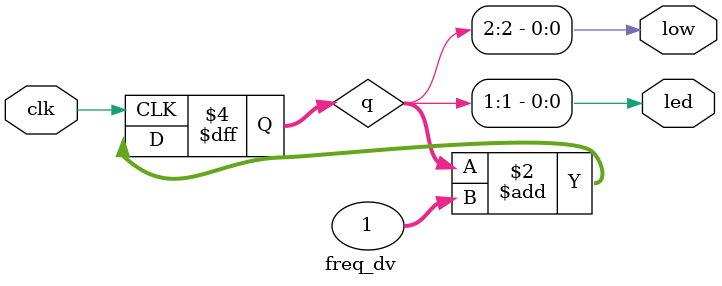
<source format=v>
`timescale 1ns / 1ps


module id_marquee(
    input clk,
    input up,
    output reg [6:0] seg,
    output reg[7:0] an
);

//7-segment to display ID number:113511170+blank
    reg [3:0] count = 0;
    reg [3:0] an_count = 4'b0111;
    wire low;
    wire led;
    integer display=0;

    
  initial begin
  an= 8'b11111110;
  seg=7'b1_00_1_11_1;
  end
   
   freq_dv dev(
    .clk(clk),
    .low(low),
    .led(led)
    );
   
   // Base segment (active-low)
parameter SEG_ZERO      = 7'b0_00_0_00_1;
parameter SEG_ONE       = 7'b1_00_1_11_1;
parameter SEG_TWO       = 7'b0_01_0_01_0;
parameter SEG_THREE     = 7'b0_00_0_11_0;
parameter SEG_FOUR      = 7'b1_00_1_10_0;
parameter SEG_FIVE      = 7'b0_10_0_10_0;
parameter SEG_SIX       = 7'b0_10_0_00_0;
parameter SEG_SEVEN     = 7'b0_00_1_11_1;
parameter SEG_BLANK     = 7'b1_11_1_11_1;
// "113511170X"
parameter ZERO  = SEG_ONE;    // '1'
parameter ONE   = SEG_ONE;    // '1'
parameter TWO   = SEG_THREE;  // '3'
parameter THREE = SEG_FIVE;   // '5'
parameter FOUR  = SEG_ONE;    // '1'
parameter FIVE  = SEG_ONE;    // '1'
parameter SIX   = SEG_ONE;    // '1'
parameter SEVEN = SEG_SEVEN;  // '7'
parameter EIGHT = SEG_ZERO;   // '0'
parameter NINE  = SEG_BLANK;  // 'X'

 

    always @(posedge low) begin 
        if (up) begin
            if(count == 4'b1001)
                count = 0;
            else
                count = count + 1;
        end
        
        else begin
            if(count == 4'b0000)
                count = 4'b1001;
            else
                count = count - 1;
        end

        
    end
    
    
always @ (posedge led) begin 
      //anoid
        if(an_count == 4'b0111) begin
            an_count =4'b0000;
        end 
        else begin
            an_count = an_count + 1;
        end
        case(an_count)  
            4'b0000: an = 8'b11111110; 
            4'b0001: an = 8'b11111101; 
            4'b0010: an = 8'b11111011; 
            4'b0011: an = 8'b11110111; 
            4'b0100: an = 8'b11101111; 
            4'b0101: an = 8'b11011111; 
            4'b0110: an = 8'b10111111; 
            4'b0111: an = 8'b01111111;
            default: an = 8'b11111111; 
        endcase    
      
        display= count - an_count;
         
        case (display)
            -7:seg= THREE;
            -6:seg= FOUR;
            -5:seg= FIVE;
            -4:seg= SIX;
            -3:seg= SEVEN;
            -2:seg= EIGHT;
            -1:seg= NINE;
            0: seg= ZERO;
            1: seg= ONE;
            2: seg= TWO;
            3: seg= THREE;
            4: seg= FOUR;
            5: seg= FIVE;
            6: seg= SIX;
            7: seg= SEVEN;
            8: seg= EIGHT;
            9: seg= NINE;
            default: seg= SEG_SIX; 
        endcase      
       
end
   
endmodule

module freq_dv(
    input clk,
    output low,
    output led
);
    reg [32:0] q = 0;

    always @(posedge clk) begin
        q <= q + 1;
    end

    assign low = q[2];
    assign led = q[1];
   

endmodule
</source>
